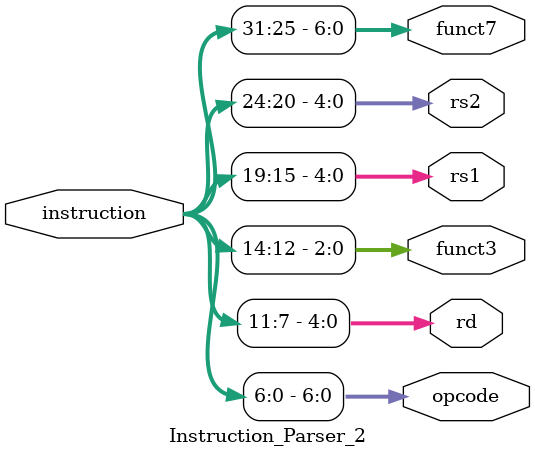
<source format=v>
module Instruction_Parser_2(
    input [31:0] instruction,    // 32-bit instruction input
    output [6:0] opcode,         // 7-bit opcode output
    output [4:0] rd,             // 5-bit rd output
    output [2:0] funct3,         // 3-bit funct3 output
    output [4:0] rs1,            // 5-bit rs1 output
    output [4:0] rs2,            // 5-bit rs2 output
    output [6:0] funct7          // 7-bit funct7 output
    );
    
    assign opcode = instruction[6:0];    // Extract opcode
    assign rd = instruction[11:7];       // Extract rd
    assign funct3 = instruction[14:12];  // Extract funct3
    assign rs1 = instruction[19:15];     // Extract rs1
    assign rs2 = instruction[24:20];     // Extract rs2
    assign funct7 = instruction[31:25];  // Extract funct7
endmodule

</source>
